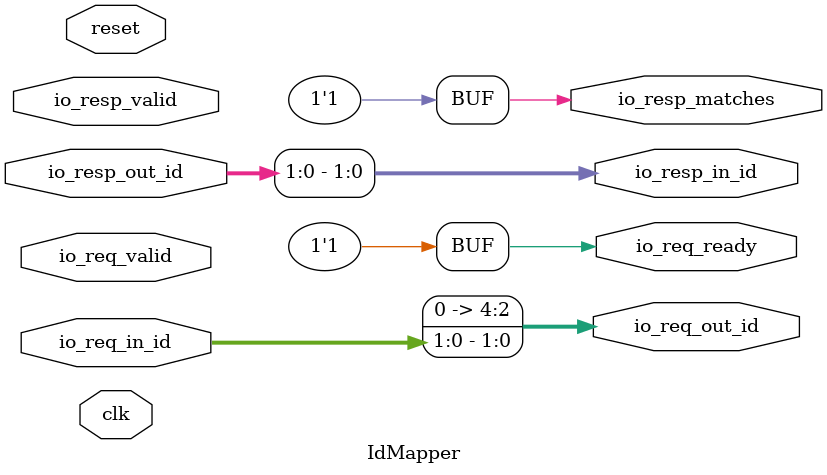
<source format=v>
module IdMapper(
  input   clk,
  input   reset,
  input   io_req_valid,
  output  io_req_ready,
  input  [1:0] io_req_in_id,
  output [4:0] io_req_out_id,
  input   io_resp_valid,
  output  io_resp_matches,
  input  [4:0] io_resp_out_id,
  output [1:0] io_resp_in_id
);
  assign io_req_ready = 1'h1;
  assign io_req_out_id = {{3'd0}, io_req_in_id};
  assign io_resp_matches = 1'h1;
  assign io_resp_in_id = io_resp_out_id[1:0];
endmodule

</source>
